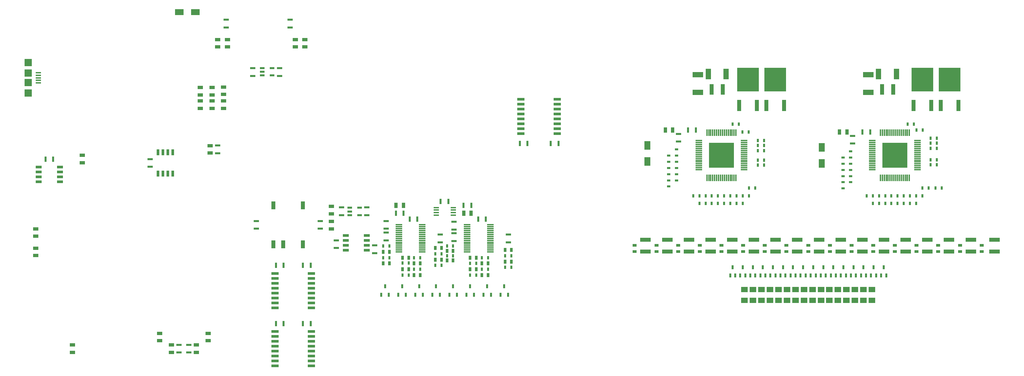
<source format=gtp>
G04*
G04 #@! TF.GenerationSoftware,Altium Limited,Altium Designer,24.1.2 (44)*
G04*
G04 Layer_Color=8421504*
%FSLAX25Y25*%
%MOIN*%
G70*
G04*
G04 #@! TF.SameCoordinates,B5AD6C99-44BA-4BCA-A26F-11CA4035DA65*
G04*
G04*
G04 #@! TF.FilePolarity,Positive*
G04*
G01*
G75*
%ADD18R,0.06594X0.01181*%
%ADD19R,0.05315X0.01575*%
%ADD20R,0.07480X0.07480*%
%ADD21R,0.06102X0.02756*%
%ADD22R,0.02756X0.06102*%
%ADD23R,0.07677X0.02559*%
%ADD24R,0.02362X0.04134*%
%ADD25R,0.06102X0.08661*%
%ADD26R,0.01968X0.04134*%
%ADD27R,0.05709X0.03543*%
%ADD28R,0.06004X0.02559*%
%ADD29R,0.03543X0.05709*%
%ADD30R,0.10630X0.04331*%
%ADD31R,0.03937X0.03150*%
%ADD32R,0.03150X0.03937*%
%ADD33R,0.10630X0.05315*%
%ADD34R,0.05315X0.10630*%
%ADD35R,0.21850X0.24016*%
%ADD36R,0.03937X0.11221*%
%ADD37R,0.03937X0.08268*%
%ADD38R,0.05709X0.01772*%
%ADD39R,0.04724X0.02362*%
%ADD40R,0.07087X0.05197*%
%ADD41R,0.08661X0.06102*%
%ADD42R,0.02441X0.05787*%
%ADD43R,0.05787X0.02441*%
%ADD44R,0.03701X0.02126*%
%ADD45R,0.02126X0.03701*%
%ADD46R,0.04016X0.11102*%
%ADD47R,0.25591X0.25591*%
%ADD48R,0.01181X0.06594*%
D18*
X454181Y165354D02*
D03*
Y163386D02*
D03*
Y161417D02*
D03*
Y159449D02*
D03*
Y157480D02*
D03*
Y155512D02*
D03*
Y153543D02*
D03*
Y151575D02*
D03*
Y149606D02*
D03*
Y147638D02*
D03*
Y145669D02*
D03*
Y143701D02*
D03*
Y141732D02*
D03*
Y139764D02*
D03*
Y137795D02*
D03*
X478102D02*
D03*
Y139764D02*
D03*
Y141732D02*
D03*
Y143701D02*
D03*
Y145669D02*
D03*
Y147638D02*
D03*
Y149606D02*
D03*
Y151575D02*
D03*
Y153543D02*
D03*
Y155512D02*
D03*
Y157480D02*
D03*
Y159449D02*
D03*
Y161417D02*
D03*
Y163386D02*
D03*
Y165354D02*
D03*
X735976Y250984D02*
D03*
Y249016D02*
D03*
Y247047D02*
D03*
Y245079D02*
D03*
Y243110D02*
D03*
Y241142D02*
D03*
Y239173D02*
D03*
Y237205D02*
D03*
Y235236D02*
D03*
Y233268D02*
D03*
Y231299D02*
D03*
Y229331D02*
D03*
Y227362D02*
D03*
Y225394D02*
D03*
Y223425D02*
D03*
Y221457D02*
D03*
X690008D02*
D03*
Y223425D02*
D03*
Y225394D02*
D03*
Y227362D02*
D03*
Y229331D02*
D03*
Y231299D02*
D03*
Y233268D02*
D03*
Y235236D02*
D03*
Y237205D02*
D03*
Y239173D02*
D03*
Y241142D02*
D03*
Y243110D02*
D03*
Y245079D02*
D03*
Y247047D02*
D03*
Y249016D02*
D03*
Y250984D02*
D03*
X912354D02*
D03*
Y249016D02*
D03*
Y247047D02*
D03*
Y245079D02*
D03*
Y243110D02*
D03*
Y241142D02*
D03*
Y239173D02*
D03*
Y237205D02*
D03*
Y235236D02*
D03*
Y233268D02*
D03*
Y231299D02*
D03*
Y229331D02*
D03*
Y227362D02*
D03*
Y225394D02*
D03*
Y223425D02*
D03*
Y221457D02*
D03*
X866386D02*
D03*
Y223425D02*
D03*
Y225394D02*
D03*
Y227362D02*
D03*
Y229331D02*
D03*
Y231299D02*
D03*
Y233268D02*
D03*
Y235236D02*
D03*
Y237205D02*
D03*
Y239173D02*
D03*
Y241142D02*
D03*
Y243110D02*
D03*
Y245079D02*
D03*
Y247047D02*
D03*
Y249016D02*
D03*
Y250984D02*
D03*
X408811Y165354D02*
D03*
Y163386D02*
D03*
Y161417D02*
D03*
Y159449D02*
D03*
Y157480D02*
D03*
Y155512D02*
D03*
Y153543D02*
D03*
Y151575D02*
D03*
Y149606D02*
D03*
Y147638D02*
D03*
Y145669D02*
D03*
Y143701D02*
D03*
Y141732D02*
D03*
Y139764D02*
D03*
Y137795D02*
D03*
X384890D02*
D03*
Y139764D02*
D03*
Y141732D02*
D03*
Y143701D02*
D03*
Y145669D02*
D03*
Y147638D02*
D03*
Y149606D02*
D03*
Y151575D02*
D03*
Y153543D02*
D03*
Y155512D02*
D03*
Y157480D02*
D03*
Y159449D02*
D03*
Y161417D02*
D03*
Y163386D02*
D03*
Y165354D02*
D03*
D19*
X18406Y320079D02*
D03*
Y317520D02*
D03*
Y314961D02*
D03*
Y312402D02*
D03*
Y309842D02*
D03*
D20*
X7874Y330512D02*
D03*
Y319685D02*
D03*
Y310236D02*
D03*
Y299410D02*
D03*
D21*
X40256Y209035D02*
D03*
Y214035D02*
D03*
Y219035D02*
D03*
Y224035D02*
D03*
X18799D02*
D03*
Y219035D02*
D03*
Y214035D02*
D03*
Y209035D02*
D03*
D22*
X155138Y239075D02*
D03*
X150138D02*
D03*
X145138D02*
D03*
X140138D02*
D03*
Y217618D02*
D03*
X145138D02*
D03*
X150138D02*
D03*
X155138D02*
D03*
D23*
X258957Y56870D02*
D03*
Y51870D02*
D03*
Y46870D02*
D03*
Y41870D02*
D03*
Y36870D02*
D03*
Y31870D02*
D03*
Y26870D02*
D03*
Y21870D02*
D03*
X296161D02*
D03*
Y26870D02*
D03*
Y31870D02*
D03*
Y36870D02*
D03*
Y41870D02*
D03*
Y46870D02*
D03*
Y51870D02*
D03*
Y56870D02*
D03*
X258957Y115925D02*
D03*
Y110925D02*
D03*
Y105925D02*
D03*
Y100925D02*
D03*
Y95925D02*
D03*
Y90925D02*
D03*
Y85925D02*
D03*
Y80925D02*
D03*
X296161D02*
D03*
Y85925D02*
D03*
Y90925D02*
D03*
Y95925D02*
D03*
Y100925D02*
D03*
Y105925D02*
D03*
Y110925D02*
D03*
Y115925D02*
D03*
X546161Y258090D02*
D03*
Y263090D02*
D03*
Y268091D02*
D03*
Y273091D02*
D03*
Y278091D02*
D03*
Y283090D02*
D03*
Y288090D02*
D03*
Y293091D02*
D03*
X508957D02*
D03*
Y288090D02*
D03*
Y283090D02*
D03*
Y278091D02*
D03*
Y273091D02*
D03*
Y268091D02*
D03*
Y263090D02*
D03*
Y258090D02*
D03*
D24*
X367126Y94095D02*
D03*
X374606D02*
D03*
X370866Y102756D02*
D03*
X384449Y94095D02*
D03*
X391929D02*
D03*
X388189Y102756D02*
D03*
X401772Y94095D02*
D03*
X409252D02*
D03*
X405512Y102756D02*
D03*
X419095Y94095D02*
D03*
X426575D02*
D03*
X422835Y102756D02*
D03*
X436417Y94095D02*
D03*
X443898D02*
D03*
X440158Y102756D02*
D03*
X453740Y94095D02*
D03*
X461221D02*
D03*
X457480Y102756D02*
D03*
X471063Y94095D02*
D03*
X478543D02*
D03*
X474803Y102756D02*
D03*
X488386Y94095D02*
D03*
X495866D02*
D03*
X492126Y102756D02*
D03*
D25*
X637795Y229921D02*
D03*
Y246063D02*
D03*
X814961Y227953D02*
D03*
Y244094D02*
D03*
D26*
X724409Y122244D02*
D03*
X726968Y113976D02*
D03*
X721850D02*
D03*
X734646Y122244D02*
D03*
X737205Y113976D02*
D03*
X732087D02*
D03*
X744882Y122244D02*
D03*
X747441Y113976D02*
D03*
X742323D02*
D03*
X755118Y122244D02*
D03*
X757677Y113976D02*
D03*
X752559D02*
D03*
X765354Y122244D02*
D03*
X767913Y113976D02*
D03*
X762795D02*
D03*
X775591Y122244D02*
D03*
X778150Y113976D02*
D03*
X773032D02*
D03*
X785827Y122244D02*
D03*
X788386Y113976D02*
D03*
X783268D02*
D03*
X796063Y122244D02*
D03*
X798622Y113976D02*
D03*
X793504D02*
D03*
X806299Y122244D02*
D03*
X808858Y113976D02*
D03*
X803740D02*
D03*
X816535Y122244D02*
D03*
X819094Y113976D02*
D03*
X813976D02*
D03*
X826772Y122244D02*
D03*
X829331Y113976D02*
D03*
X824213D02*
D03*
X837008Y122244D02*
D03*
X839567Y113976D02*
D03*
X834449D02*
D03*
X847244Y122244D02*
D03*
X849803Y113976D02*
D03*
X844685D02*
D03*
X857480Y122244D02*
D03*
X860039Y113976D02*
D03*
X854921D02*
D03*
X867717Y122244D02*
D03*
X870276Y113976D02*
D03*
X865158D02*
D03*
X877953Y122244D02*
D03*
X880512Y113976D02*
D03*
X875394D02*
D03*
D27*
X62992Y236024D02*
D03*
Y228543D02*
D03*
X53150Y43110D02*
D03*
Y35630D02*
D03*
X141732Y54921D02*
D03*
Y47441D02*
D03*
X190945D02*
D03*
Y54921D02*
D03*
X192913Y245866D02*
D03*
Y238386D02*
D03*
X179134Y35630D02*
D03*
Y43110D02*
D03*
X153543Y35630D02*
D03*
Y43110D02*
D03*
X206693Y291339D02*
D03*
Y283858D02*
D03*
X194882Y291339D02*
D03*
Y283858D02*
D03*
X183071Y291339D02*
D03*
Y283858D02*
D03*
X316496Y176575D02*
D03*
Y184055D02*
D03*
X279528Y346457D02*
D03*
Y353937D02*
D03*
X200787Y346457D02*
D03*
Y353937D02*
D03*
X15748Y153740D02*
D03*
Y161221D02*
D03*
Y141535D02*
D03*
Y134055D02*
D03*
X206693Y305512D02*
D03*
Y298031D02*
D03*
X194882Y305118D02*
D03*
Y297638D02*
D03*
X183071Y305118D02*
D03*
Y297638D02*
D03*
X316496Y161221D02*
D03*
Y168701D02*
D03*
X289370Y353937D02*
D03*
Y346457D02*
D03*
X210630Y353937D02*
D03*
Y346457D02*
D03*
D28*
X352457Y154606D02*
D03*
Y149606D02*
D03*
Y144606D02*
D03*
Y139606D02*
D03*
X331102D02*
D03*
Y144606D02*
D03*
Y149606D02*
D03*
Y154606D02*
D03*
D29*
X833071Y259842D02*
D03*
X840551D02*
D03*
X655905Y261811D02*
D03*
X663386D02*
D03*
X389567Y185039D02*
D03*
X382087D02*
D03*
X450984Y177165D02*
D03*
X458465D02*
D03*
D30*
X812205Y150000D02*
D03*
Y138189D02*
D03*
X834252Y150000D02*
D03*
Y138189D02*
D03*
X856299Y150000D02*
D03*
Y138189D02*
D03*
X878347Y150000D02*
D03*
Y138189D02*
D03*
X900394Y150000D02*
D03*
Y138189D02*
D03*
X922441Y150000D02*
D03*
Y138189D02*
D03*
X944488Y150000D02*
D03*
Y138189D02*
D03*
X966535Y150000D02*
D03*
Y138189D02*
D03*
X635827Y150000D02*
D03*
Y138189D02*
D03*
X657874Y150000D02*
D03*
Y138189D02*
D03*
X679921Y150000D02*
D03*
Y138189D02*
D03*
X701968Y150000D02*
D03*
Y138189D02*
D03*
X724016Y150000D02*
D03*
Y138189D02*
D03*
X746063Y150000D02*
D03*
Y138189D02*
D03*
X768110Y150000D02*
D03*
Y138189D02*
D03*
X790158Y150000D02*
D03*
Y138189D02*
D03*
X990551D02*
D03*
Y150000D02*
D03*
D31*
X801181Y144488D02*
D03*
Y138189D02*
D03*
X823228Y144488D02*
D03*
Y138189D02*
D03*
X845276Y144488D02*
D03*
Y138189D02*
D03*
X867323Y144488D02*
D03*
Y138189D02*
D03*
X889370Y144488D02*
D03*
Y138189D02*
D03*
X911417Y144488D02*
D03*
Y138189D02*
D03*
X933465Y144488D02*
D03*
Y138189D02*
D03*
X955512Y144488D02*
D03*
Y138189D02*
D03*
X977559Y144488D02*
D03*
Y138189D02*
D03*
X624803Y144488D02*
D03*
Y138189D02*
D03*
X646850Y144488D02*
D03*
Y138189D02*
D03*
X668898Y144488D02*
D03*
Y138189D02*
D03*
X690945Y144488D02*
D03*
Y138189D02*
D03*
X712992Y144488D02*
D03*
Y138189D02*
D03*
X735039Y144488D02*
D03*
Y138189D02*
D03*
X757087Y144488D02*
D03*
Y138189D02*
D03*
X779134Y144488D02*
D03*
Y138189D02*
D03*
D32*
X368898Y137795D02*
D03*
X375197D02*
D03*
X368898Y125984D02*
D03*
X375197D02*
D03*
X394882Y120079D02*
D03*
X388583D02*
D03*
X394882Y131890D02*
D03*
X388583D02*
D03*
X400394Y125984D02*
D03*
X406693D02*
D03*
X400394Y114173D02*
D03*
X406693D02*
D03*
X428346Y129921D02*
D03*
X422047D02*
D03*
X428346Y141732D02*
D03*
X422047D02*
D03*
X433858Y138976D02*
D03*
X440158D02*
D03*
X433858Y129134D02*
D03*
X440158D02*
D03*
X463779Y120079D02*
D03*
X457480D02*
D03*
X463779Y131890D02*
D03*
X457480D02*
D03*
X469291Y125984D02*
D03*
X475591D02*
D03*
X469291Y114173D02*
D03*
X475591D02*
D03*
X499213Y127953D02*
D03*
X492913D02*
D03*
X499213Y139764D02*
D03*
X492913D02*
D03*
D33*
X688976Y318110D02*
D03*
Y300000D02*
D03*
X862205Y318110D02*
D03*
Y300000D02*
D03*
D34*
X717717Y318898D02*
D03*
X699606D02*
D03*
X890945D02*
D03*
X872835D02*
D03*
D35*
X767717Y312992D02*
D03*
X740158D02*
D03*
X917323D02*
D03*
X944882D02*
D03*
D36*
X776717Y286811D02*
D03*
X758716D02*
D03*
X749157D02*
D03*
X731157D02*
D03*
X926323D02*
D03*
X908323D02*
D03*
X953882D02*
D03*
X935882D02*
D03*
D37*
X257402Y145472D02*
D03*
X287402D02*
D03*
Y185236D02*
D03*
X257402D02*
D03*
X267402Y145472D02*
D03*
D38*
X440402Y175295D02*
D03*
Y177854D02*
D03*
Y180413D02*
D03*
Y182972D02*
D03*
X423079D02*
D03*
Y180413D02*
D03*
Y177854D02*
D03*
Y175295D02*
D03*
D39*
X344882Y182677D02*
D03*
Y175197D02*
D03*
X335039D02*
D03*
Y178937D02*
D03*
Y182677D02*
D03*
X255906Y324803D02*
D03*
Y317323D02*
D03*
X246063D02*
D03*
Y321063D02*
D03*
Y324803D02*
D03*
D40*
X736221Y99587D02*
D03*
Y88602D02*
D03*
X744882Y99587D02*
D03*
Y88602D02*
D03*
X753543Y99587D02*
D03*
Y88602D02*
D03*
X762205Y99587D02*
D03*
Y88602D02*
D03*
X770866Y99587D02*
D03*
Y88602D02*
D03*
X779528Y99587D02*
D03*
Y88602D02*
D03*
X788189Y99587D02*
D03*
Y88602D02*
D03*
X796850Y99587D02*
D03*
Y88602D02*
D03*
X805512Y99587D02*
D03*
Y88602D02*
D03*
X814173Y99587D02*
D03*
Y88602D02*
D03*
X822835Y99587D02*
D03*
Y88602D02*
D03*
X831496Y99587D02*
D03*
Y88602D02*
D03*
X840158Y99587D02*
D03*
Y88602D02*
D03*
X848819Y99587D02*
D03*
Y88602D02*
D03*
X857480Y99587D02*
D03*
Y88602D02*
D03*
X866142Y99587D02*
D03*
Y88602D02*
D03*
D41*
X161811Y381890D02*
D03*
X177953D02*
D03*
D42*
X856299Y259842D02*
D03*
X864173D02*
D03*
X679134Y261811D02*
D03*
X687008D02*
D03*
X381890Y177165D02*
D03*
X389764D02*
D03*
X458661Y185039D02*
D03*
X450787D02*
D03*
X427393Y188999D02*
D03*
X435267D02*
D03*
X395913Y171260D02*
D03*
X403787D02*
D03*
X465598D02*
D03*
X473472D02*
D03*
X259842Y124016D02*
D03*
X267717D02*
D03*
X295276D02*
D03*
X287402D02*
D03*
X33465Y232283D02*
D03*
X25591D02*
D03*
X295276Y64961D02*
D03*
X287402D02*
D03*
X259842D02*
D03*
X267717D02*
D03*
X547244Y248031D02*
D03*
X539370D02*
D03*
X507874D02*
D03*
X515748D02*
D03*
D43*
X846457Y255906D02*
D03*
Y248031D02*
D03*
X669291Y257874D02*
D03*
Y250000D02*
D03*
X200787Y246063D02*
D03*
Y238189D02*
D03*
X171260Y35433D02*
D03*
Y43307D02*
D03*
X161417Y35433D02*
D03*
Y43307D02*
D03*
X372047Y161417D02*
D03*
Y169291D02*
D03*
X440945Y160630D02*
D03*
Y168504D02*
D03*
X360236Y144488D02*
D03*
Y136614D02*
D03*
X321260Y141732D02*
D03*
Y149606D02*
D03*
X427165Y147638D02*
D03*
Y155512D02*
D03*
X496307Y147638D02*
D03*
Y155512D02*
D03*
X372047Y149606D02*
D03*
Y157480D02*
D03*
X440945Y148819D02*
D03*
Y156693D02*
D03*
X131890Y232283D02*
D03*
Y224410D02*
D03*
X352362Y183071D02*
D03*
Y175197D02*
D03*
X326772Y183071D02*
D03*
Y175197D02*
D03*
X305118Y169291D02*
D03*
Y161417D02*
D03*
X240158Y169291D02*
D03*
Y161417D02*
D03*
X263779Y324803D02*
D03*
Y316929D02*
D03*
X209449Y374016D02*
D03*
Y366142D02*
D03*
X236221Y324803D02*
D03*
Y316929D02*
D03*
X274410Y374016D02*
D03*
Y366142D02*
D03*
D44*
X844488Y233858D02*
D03*
Y240158D02*
D03*
X836614Y227559D02*
D03*
Y233858D02*
D03*
X844488Y221260D02*
D03*
Y227559D02*
D03*
X836614Y214961D02*
D03*
Y221260D02*
D03*
X844488Y208661D02*
D03*
Y214961D02*
D03*
X836614Y202362D02*
D03*
Y208661D02*
D03*
X667323Y235827D02*
D03*
Y242126D02*
D03*
X659449Y229528D02*
D03*
Y235827D02*
D03*
X667323Y223228D02*
D03*
Y229528D02*
D03*
X659449Y216929D02*
D03*
Y223228D02*
D03*
X667323Y210630D02*
D03*
Y216929D02*
D03*
X659449Y204331D02*
D03*
Y210630D02*
D03*
D45*
X866929Y194882D02*
D03*
X860630D02*
D03*
X873228Y187008D02*
D03*
X866929D02*
D03*
X879528Y194882D02*
D03*
X873228D02*
D03*
X885827Y187008D02*
D03*
X879527D02*
D03*
X892126Y194882D02*
D03*
X885827D02*
D03*
X898425Y187008D02*
D03*
X892126D02*
D03*
X904724Y194882D02*
D03*
X898425D02*
D03*
X911024Y187008D02*
D03*
X904724D02*
D03*
X917323Y194882D02*
D03*
X911024D02*
D03*
X923622Y202756D02*
D03*
X917323D02*
D03*
X930709D02*
D03*
X937008D02*
D03*
X690551Y194882D02*
D03*
X684252D02*
D03*
X696850Y187008D02*
D03*
X690551D02*
D03*
X703150Y194882D02*
D03*
X696850D02*
D03*
X709449Y187008D02*
D03*
X703150D02*
D03*
X715748Y194882D02*
D03*
X709449D02*
D03*
X722047Y187008D02*
D03*
X715748D02*
D03*
X728346Y194882D02*
D03*
X722047D02*
D03*
X734646Y187008D02*
D03*
X728346D02*
D03*
X740945Y194882D02*
D03*
X734646D02*
D03*
X747244Y202756D02*
D03*
X740945D02*
D03*
X368898Y143701D02*
D03*
X375197D02*
D03*
X368898Y131890D02*
D03*
X375197D02*
D03*
X394882Y114173D02*
D03*
X388583D02*
D03*
X394882Y126378D02*
D03*
X388583D02*
D03*
X400394Y131890D02*
D03*
X406693D02*
D03*
X400394Y120079D02*
D03*
X406693D02*
D03*
X428346Y124016D02*
D03*
X422047D02*
D03*
X428346Y135827D02*
D03*
X422047D02*
D03*
X433858Y143701D02*
D03*
X440158D02*
D03*
X433858Y133858D02*
D03*
X440158D02*
D03*
X463779Y114173D02*
D03*
X457480D02*
D03*
X463779Y125984D02*
D03*
X457480D02*
D03*
X469291Y131890D02*
D03*
X475591D02*
D03*
X469291Y120079D02*
D03*
X475591D02*
D03*
X499213Y122047D02*
D03*
X492913D02*
D03*
X499213Y133858D02*
D03*
X492913D02*
D03*
X756299Y225984D02*
D03*
X750000D02*
D03*
X931890Y226378D02*
D03*
X925591D02*
D03*
X756299Y231102D02*
D03*
X750000D02*
D03*
X931890Y231496D02*
D03*
X925591D02*
D03*
X756299Y240945D02*
D03*
X750000D02*
D03*
X931890Y243307D02*
D03*
X925591D02*
D03*
X750000Y246063D02*
D03*
X756299D02*
D03*
X925591Y248425D02*
D03*
X931890D02*
D03*
X756299Y251181D02*
D03*
X750000D02*
D03*
X931890Y253543D02*
D03*
X925591D02*
D03*
X734252Y259842D02*
D03*
X740551D02*
D03*
X911417Y261811D02*
D03*
X917717D02*
D03*
X724409Y267717D02*
D03*
X730709D02*
D03*
X902362D02*
D03*
X908661D02*
D03*
D46*
X702953Y303150D02*
D03*
X714370D02*
D03*
X876181D02*
D03*
X887598D02*
D03*
D47*
X712992Y236221D02*
D03*
X889370D02*
D03*
D48*
X698228Y259205D02*
D03*
X700197D02*
D03*
X702165D02*
D03*
X704134D02*
D03*
X706102D02*
D03*
X708071D02*
D03*
X710039D02*
D03*
X712008D02*
D03*
X713976D02*
D03*
X715945D02*
D03*
X717913D02*
D03*
X719882D02*
D03*
X721850D02*
D03*
X723819D02*
D03*
X725787D02*
D03*
X727756D02*
D03*
Y213236D02*
D03*
X725787D02*
D03*
X723819D02*
D03*
X721850D02*
D03*
X719882D02*
D03*
X717913D02*
D03*
X715945D02*
D03*
X713976D02*
D03*
X712008D02*
D03*
X710039D02*
D03*
X708071D02*
D03*
X706102D02*
D03*
X704134D02*
D03*
X702165D02*
D03*
X700197D02*
D03*
X698228D02*
D03*
X874606Y259205D02*
D03*
X876575D02*
D03*
X878543D02*
D03*
X880512D02*
D03*
X882480D02*
D03*
X884449D02*
D03*
X886417D02*
D03*
X888386D02*
D03*
X890354D02*
D03*
X892323D02*
D03*
X894291D02*
D03*
X896260D02*
D03*
X898228D02*
D03*
X900197D02*
D03*
X902165D02*
D03*
X904134D02*
D03*
Y213236D02*
D03*
X902165D02*
D03*
X900197D02*
D03*
X898228D02*
D03*
X896260D02*
D03*
X894291D02*
D03*
X892323D02*
D03*
X890354D02*
D03*
X888386D02*
D03*
X886417D02*
D03*
X884449D02*
D03*
X882480D02*
D03*
X880512D02*
D03*
X878543D02*
D03*
X876575D02*
D03*
X874606D02*
D03*
M02*

</source>
